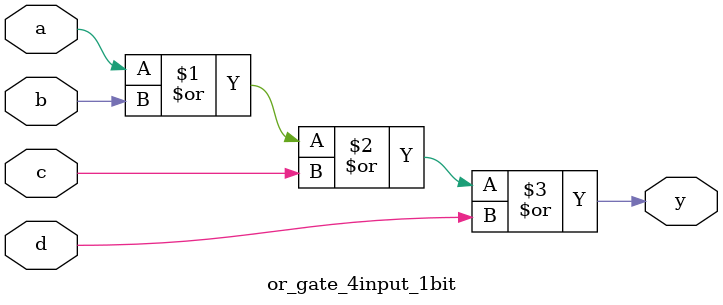
<source format=sv>
module or_gate_4input_1bit (
    input wire a,
    input wire b,
    input wire c,
    input wire d,
    output wire y
);
    assign y = a | b | c | d;
endmodule

</source>
